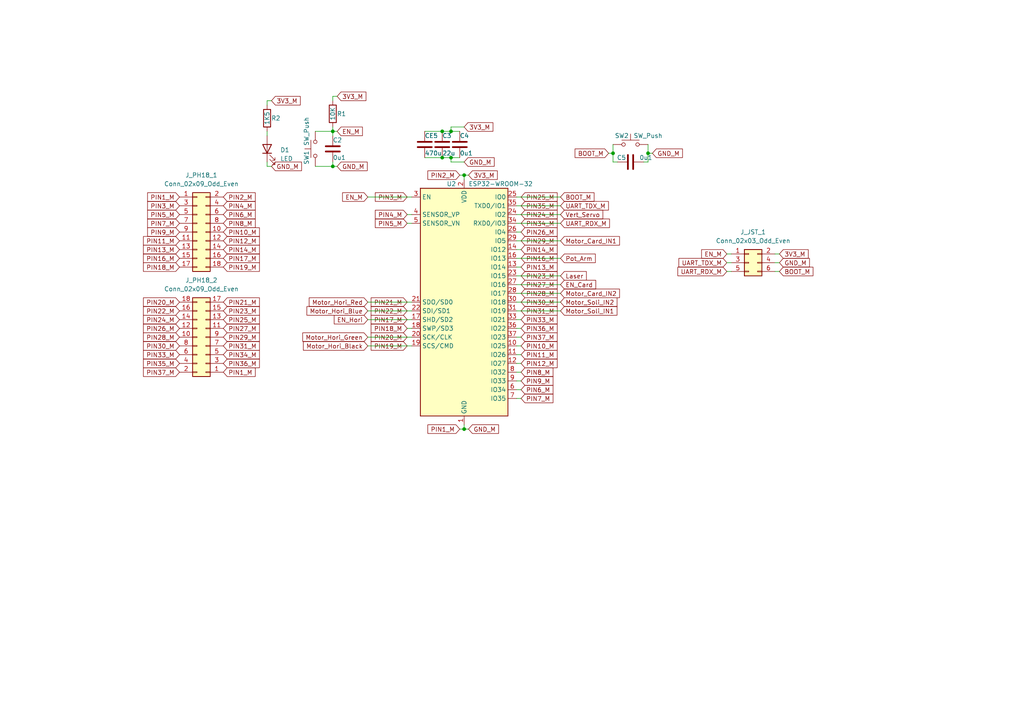
<source format=kicad_sch>
(kicad_sch (version 20211123) (generator eeschema)
  (paper "A4")
  (lib_symbols
    (symbol "Connector_Generic:Conn_02x03_Odd_Even" (pin_names (offset 1.016) hide)
      (property "Reference" "J" (at 1.27 5.08 0))
      (property "Value" "Conn_02x03_Odd_Even" (at 1.27 -5.08 0))
      (symbol "Conn_02x03_Odd_Even_1_1"
        (rectangle (start -1.27 -2.413) (end 0 -2.667) (stroke (width 0.1524)))
        (rectangle (start -1.27 0.127) (end 0 -0.127) (stroke (width 0.1524)))
        (rectangle (start -1.27 2.667) (end 0 2.413) (stroke (width 0.1524)))
        (rectangle (start -1.27 3.81) (end 3.81 -3.81) (stroke (width 0.254)) (fill (type background)))
        (rectangle (start 3.81 -2.413) (end 2.54 -2.667) (stroke (width 0.1524)))
        (rectangle (start 3.81 0.127) (end 2.54 -0.127) (stroke (width 0.1524)))
        (rectangle (start 3.81 2.667) (end 2.54 2.413) (stroke (width 0.1524)))
        (pin passive line (at -5.08 2.54 0) (length 3.81) (name "Pin_1") (number "1"))
        (pin passive line (at 7.62 2.54 180) (length 3.81) (name "Pin_2") (number "2"))
        (pin passive line (at -5.08 0 0) (length 3.81) (name "Pin_3") (number "3"))
        (pin passive line (at 7.62 0 180) (length 3.81) (name "Pin_4") (number "4"))
        (pin passive line (at -5.08 -2.54 0) (length 3.81) (name "Pin_5") (number "5"))
        (pin passive line (at 7.62 -2.54 180) (length 3.81) (name "Pin_6") (number "6"))
      )
    )
    (symbol "Connector_Generic:Conn_02x09_Odd_Even" (pin_names (offset 1.016) hide)
      (property "Reference" "J" (at 1.27 12.7 0))
      (property "Value" "Conn_02x09_Odd_Even" (at 1.27 -12.7 0))
      (symbol "Conn_02x09_Odd_Even_1_1"
        (rectangle (start -1.27 -10.033) (end 0 -10.287) (stroke (width 0.1524)))
        (rectangle (start -1.27 -7.493) (end 0 -7.747) (stroke (width 0.1524)))
        (rectangle (start -1.27 -4.953) (end 0 -5.207) (stroke (width 0.1524)))
        (rectangle (start -1.27 -2.413) (end 0 -2.667) (stroke (width 0.1524)))
        (rectangle (start -1.27 0.127) (end 0 -0.127) (stroke (width 0.1524)))
        (rectangle (start -1.27 2.667) (end 0 2.413) (stroke (width 0.1524)))
        (rectangle (start -1.27 5.207) (end 0 4.953) (stroke (width 0.1524)))
        (rectangle (start -1.27 7.747) (end 0 7.493) (stroke (width 0.1524)))
        (rectangle (start -1.27 10.287) (end 0 10.033) (stroke (width 0.1524)))
        (rectangle (start -1.27 11.43) (end 3.81 -11.43) (stroke (width 0.254)) (fill (type background)))
        (rectangle (start 3.81 -10.033) (end 2.54 -10.287) (stroke (width 0.1524)))
        (rectangle (start 3.81 -7.493) (end 2.54 -7.747) (stroke (width 0.1524)))
        (rectangle (start 3.81 -4.953) (end 2.54 -5.207) (stroke (width 0.1524)))
        (rectangle (start 3.81 -2.413) (end 2.54 -2.667) (stroke (width 0.1524)))
        (rectangle (start 3.81 0.127) (end 2.54 -0.127) (stroke (width 0.1524)))
        (rectangle (start 3.81 2.667) (end 2.54 2.413) (stroke (width 0.1524)))
        (rectangle (start 3.81 5.207) (end 2.54 4.953) (stroke (width 0.1524)))
        (rectangle (start 3.81 7.747) (end 2.54 7.493) (stroke (width 0.1524)))
        (rectangle (start 3.81 10.287) (end 2.54 10.033) (stroke (width 0.1524)))
        (pin passive line (at -5.08 10.16 0) (length 3.81) (name "Pin_1") (number "1"))
        (pin passive line (at 7.62 0 180) (length 3.81) (name "Pin_10") (number "10"))
        (pin passive line (at -5.08 -2.54 0) (length 3.81) (name "Pin_11") (number "11"))
        (pin passive line (at 7.62 -2.54 180) (length 3.81) (name "Pin_12") (number "12"))
        (pin passive line (at -5.08 -5.08 0) (length 3.81) (name "Pin_13") (number "13"))
        (pin passive line (at 7.62 -5.08 180) (length 3.81) (name "Pin_14") (number "14"))
        (pin passive line (at -5.08 -7.62 0) (length 3.81) (name "Pin_15") (number "15"))
        (pin passive line (at 7.62 -7.62 180) (length 3.81) (name "Pin_16") (number "16"))
        (pin passive line (at -5.08 -10.16 0) (length 3.81) (name "Pin_17") (number "17"))
        (pin passive line (at 7.62 -10.16 180) (length 3.81) (name "Pin_18") (number "18"))
        (pin passive line (at 7.62 10.16 180) (length 3.81) (name "Pin_2") (number "2"))
        (pin passive line (at -5.08 7.62 0) (length 3.81) (name "Pin_3") (number "3"))
        (pin passive line (at 7.62 7.62 180) (length 3.81) (name "Pin_4") (number "4"))
        (pin passive line (at -5.08 5.08 0) (length 3.81) (name "Pin_5") (number "5"))
        (pin passive line (at 7.62 5.08 180) (length 3.81) (name "Pin_6") (number "6"))
        (pin passive line (at -5.08 2.54 0) (length 3.81) (name "Pin_7") (number "7"))
        (pin passive line (at 7.62 2.54 180) (length 3.81) (name "Pin_8") (number "8"))
        (pin passive line (at -5.08 0 0) (length 3.81) (name "Pin_9") (number "9"))
      )
    )
    (symbol "Device:C" (pin_numbers hide) (pin_names (offset 0.254))
      (property "Reference" "C" (at 0.635 2.54 0))
      (property "Value" "C" (at 0.635 -2.54 0))
      (symbol "C_0_1"
        (polyline (pts (xy -2.032 -0.762) (xy 2.032 -0.762)) (stroke (width 0.508)))
        (polyline (pts (xy -2.032 0.762) (xy 2.032 0.762)) (stroke (width 0.508)))
      )
      (symbol "C_1_1"
        (pin passive line (at 0 3.81 270) (length 2.794) (name "~") (number "1"))
        (pin passive line (at 0 -3.81 90) (length 2.794) (name "~") (number "2"))
      )
    )
    (symbol "Device:LED" (pin_numbers hide) (pin_names (offset 1.016) hide)
      (property "Reference" "D" (at 0 2.54 0))
      (property "Value" "LED" (at 0 -2.54 0))
      (symbol "LED_0_1"
        (polyline (pts (xy -1.27 -1.27) (xy -1.27 1.27)) (stroke (width 0.254)))
        (polyline (pts (xy -1.27 0) (xy 1.27 0)))
        (polyline (pts (xy 1.27 -1.27) (xy 1.27 1.27) (xy -1.27 0) (xy 1.27 -1.27)) (stroke (width 0.254)))
        (polyline (pts (xy -3.048 -0.762) (xy -4.572 -2.286) (xy -3.81 -2.286) (xy -4.572 -2.286) (xy -4.572 -1.524)))
        (polyline (pts (xy -1.778 -0.762) (xy -3.302 -2.286) (xy -2.54 -2.286) (xy -3.302 -2.286) (xy -3.302 -1.524)))
      )
      (symbol "LED_1_1"
        (pin passive line (at -3.81 0 0) (length 2.54) (name "K") (number "1"))
        (pin passive line (at 3.81 0 180) (length 2.54) (name "A") (number "2"))
      )
    )
    (symbol "Device:R" (pin_numbers hide) (pin_names (offset 0))
      (property "Reference" "R" (at 2.032 0 90))
      (property "Value" "R" (at 0 0 90))
      (symbol "R_0_1"
        (rectangle (start -1.016 -2.54) (end 1.016 2.54) (stroke (width 0.254)))
      )
      (symbol "R_1_1"
        (pin passive line (at 0 3.81 270) (length 1.27) (name "~") (number "1"))
        (pin passive line (at 0 -3.81 90) (length 1.27) (name "~") (number "2"))
      )
    )
    (symbol "RF_Module:ESP32-WROOM-32"
      (property "Reference" "U" (at -12.7 34.29 0))
      (property "Value" "ESP32-WROOM-32" (at 1.27 34.29 0))
      (symbol "ESP32-WROOM-32_0_1"
        (rectangle (start -12.7 33.02) (end 12.7 -33.02) (stroke (width 0.254)) (fill (type background)))
      )
      (symbol "ESP32-WROOM-32_1_1"
        (pin power_in line (at 0 -35.56 90) (length 2.54) (name "GND") (number "1"))
        (pin bidirectional line (at 15.24 -12.7 180) (length 2.54) (name "IO25") (number "10"))
        (pin bidirectional line (at 15.24 -15.24 180) (length 2.54) (name "IO26") (number "11"))
        (pin bidirectional line (at 15.24 -17.78 180) (length 2.54) (name "IO27") (number "12"))
        (pin bidirectional line (at 15.24 10.16 180) (length 2.54) (name "IO14") (number "13"))
        (pin bidirectional line (at 15.24 15.24 180) (length 2.54) (name "IO12") (number "14"))
        (pin passive line (at 0 -35.56 90) (length 2.54) hide (name "GND") (number "15"))
        (pin bidirectional line (at 15.24 12.7 180) (length 2.54) (name "IO13") (number "16"))
        (pin bidirectional line (at -15.24 -5.08 0) (length 2.54) (name "SHD/SD2") (number "17"))
        (pin bidirectional line (at -15.24 -7.62 0) (length 2.54) (name "SWP/SD3") (number "18"))
        (pin bidirectional line (at -15.24 -12.7 0) (length 2.54) (name "SCS/CMD") (number "19"))
        (pin power_in line (at 0 35.56 270) (length 2.54) (name "VDD") (number "2"))
        (pin bidirectional line (at -15.24 -10.16 0) (length 2.54) (name "SCK/CLK") (number "20"))
        (pin bidirectional line (at -15.24 0 0) (length 2.54) (name "SDO/SD0") (number "21"))
        (pin bidirectional line (at -15.24 -2.54 0) (length 2.54) (name "SDI/SD1") (number "22"))
        (pin bidirectional line (at 15.24 7.62 180) (length 2.54) (name "IO15") (number "23"))
        (pin bidirectional line (at 15.24 25.4 180) (length 2.54) (name "IO2") (number "24"))
        (pin bidirectional line (at 15.24 30.48 180) (length 2.54) (name "IO0") (number "25"))
        (pin bidirectional line (at 15.24 20.32 180) (length 2.54) (name "IO4") (number "26"))
        (pin bidirectional line (at 15.24 5.08 180) (length 2.54) (name "IO16") (number "27"))
        (pin bidirectional line (at 15.24 2.54 180) (length 2.54) (name "IO17") (number "28"))
        (pin bidirectional line (at 15.24 17.78 180) (length 2.54) (name "IO5") (number "29"))
        (pin input line (at -15.24 30.48 0) (length 2.54) (name "EN") (number "3"))
        (pin bidirectional line (at 15.24 0 180) (length 2.54) (name "IO18") (number "30"))
        (pin bidirectional line (at 15.24 -2.54 180) (length 2.54) (name "IO19") (number "31"))
        (pin no_connect line (at -12.7 -27.94 0) (length 2.54) hide (name "NC") (number "32"))
        (pin bidirectional line (at 15.24 -5.08 180) (length 2.54) (name "IO21") (number "33"))
        (pin bidirectional line (at 15.24 22.86 180) (length 2.54) (name "RXD0/IO3") (number "34"))
        (pin bidirectional line (at 15.24 27.94 180) (length 2.54) (name "TXD0/IO1") (number "35"))
        (pin bidirectional line (at 15.24 -7.62 180) (length 2.54) (name "IO22") (number "36"))
        (pin bidirectional line (at 15.24 -10.16 180) (length 2.54) (name "IO23") (number "37"))
        (pin passive line (at 0 -35.56 90) (length 2.54) hide (name "GND") (number "38"))
        (pin passive line (at 0 -35.56 90) (length 2.54) hide (name "GND") (number "39"))
        (pin input line (at -15.24 25.4 0) (length 2.54) (name "SENSOR_VP") (number "4"))
        (pin input line (at -15.24 22.86 0) (length 2.54) (name "SENSOR_VN") (number "5"))
        (pin input line (at 15.24 -25.4 180) (length 2.54) (name "IO34") (number "6"))
        (pin input line (at 15.24 -27.94 180) (length 2.54) (name "IO35") (number "7"))
        (pin bidirectional line (at 15.24 -20.32 180) (length 2.54) (name "IO32") (number "8"))
        (pin bidirectional line (at 15.24 -22.86 180) (length 2.54) (name "IO33") (number "9"))
      )
    )
    (symbol "Switch:SW_Push" (pin_numbers hide) (pin_names (offset 1.016) hide)
      (property "Reference" "SW" (at 1.27 2.54 0))
      (property "Value" "SW_Push" (at 0 -1.524 0))
      (symbol "SW_Push_0_1"
        (circle (center -2.032 0) (radius 0.508))
        (polyline (pts (xy 0 1.27) (xy 0 3.048)))
        (polyline (pts (xy 2.54 1.27) (xy -2.54 1.27)))
        (circle (center 2.032 0) (radius 0.508))
        (pin passive line (at -5.08 0 0) (length 2.54) (name "1") (number "1"))
        (pin passive line (at 5.08 0 180) (length 2.54) (name "2") (number "2"))
      )
    )
  )
  (junction (at 128.27 38.1))
  (junction (at 187.96 44.45))
  (junction (at 96.52 48.26))
  (junction (at 130.81 38.1))
  (junction (at 177.8 44.45))
  (junction (at 130.81 45.72))
  (junction (at 128.27 45.72))
  (junction (at 96.52 38.1))
  (junction (at 134.62 50.8))
  (junction (at 134.62 124.46))
  (wire (pts (xy 224.79 76.2) (xy 226.06 76.2)))
  (wire (pts (xy 149.86 72.39) (xy 151.13 72.39)))
  (wire (pts (xy 149.86 62.23) (xy 162.56 62.23)))
  (wire (pts (xy 134.62 52.07) (xy 134.62 50.8)))
  (wire (pts (xy 149.86 115.57) (xy 151.13 115.57)))
  (wire (pts (xy 118.11 95.25) (xy 119.38 95.25)))
  (wire (pts (xy 149.86 95.25) (xy 151.13 95.25)))
  (wire (pts (xy 149.86 77.47) (xy 151.13 77.47)))
  (wire (pts (xy 179.07 46.99) (xy 177.8 46.99)))
  (wire (pts (xy 149.86 87.63) (xy 162.56 87.63)))
  (wire (pts (xy 133.35 50.8) (xy 134.62 50.8)))
  (wire (pts (xy 149.86 74.93) (xy 162.56 74.93)))
  (wire (pts (xy 210.82 78.74) (xy 212.09 78.74)))
  (wire (pts (xy 128.27 38.1) (xy 130.81 38.1)))
  (wire (pts (xy 187.96 41.91) (xy 187.96 44.45)))
  (wire (pts (xy 187.96 44.45) (xy 189.23 44.45)))
  (wire (pts (xy 118.11 64.77) (xy 119.38 64.77)))
  (wire (pts (xy 106.68 100.33) (xy 119.38 100.33)))
  (wire (pts (xy 96.52 29.21) (xy 96.52 27.94)))
  (wire (pts (xy 177.8 44.45) (xy 177.8 46.99)))
  (wire (pts (xy 96.52 48.26) (xy 97.79 48.26)))
  (wire (pts (xy 134.62 50.8) (xy 135.89 50.8)))
  (wire (pts (xy 149.86 69.85) (xy 162.56 69.85)))
  (wire (pts (xy 149.86 59.69) (xy 162.56 59.69)))
  (wire (pts (xy 106.68 92.71) (xy 119.38 92.71)))
  (wire (pts (xy 134.62 123.19) (xy 134.62 124.46)))
  (wire (pts (xy 151.13 67.31) (xy 149.86 67.31)))
  (wire (pts (xy 96.52 38.1) (xy 97.79 38.1)))
  (wire (pts (xy 186.69 46.99) (xy 187.96 46.99)))
  (wire (pts (xy 130.81 45.72) (xy 130.81 46.99)))
  (wire (pts (xy 177.8 41.91) (xy 177.8 44.45)))
  (wire (pts (xy 77.47 38.1) (xy 77.47 39.37)))
  (wire (pts (xy 77.47 29.21) (xy 77.47 30.48)))
  (wire (pts (xy 149.86 92.71) (xy 151.13 92.71)))
  (wire (pts (xy 149.86 105.41) (xy 151.13 105.41)))
  (wire (pts (xy 106.68 87.63) (xy 119.38 87.63)))
  (wire (pts (xy 210.82 73.66) (xy 212.09 73.66)))
  (wire (pts (xy 149.86 100.33) (xy 151.13 100.33)))
  (wire (pts (xy 77.47 48.26) (xy 78.74 48.26)))
  (wire (pts (xy 96.52 46.99) (xy 96.52 48.26)))
  (wire (pts (xy 210.82 76.2) (xy 212.09 76.2)))
  (wire (pts (xy 91.44 48.26) (xy 96.52 48.26)))
  (wire (pts (xy 77.47 46.99) (xy 77.47 48.26)))
  (wire (pts (xy 130.81 36.83) (xy 130.81 38.1)))
  (wire (pts (xy 106.68 57.15) (xy 119.38 57.15)))
  (wire (pts (xy 128.27 45.72) (xy 130.81 45.72)))
  (wire (pts (xy 106.68 90.17) (xy 119.38 90.17)))
  (wire (pts (xy 176.53 44.45) (xy 177.8 44.45)))
  (wire (pts (xy 91.44 38.1) (xy 96.52 38.1)))
  (wire (pts (xy 149.86 90.17) (xy 162.56 90.17)))
  (wire (pts (xy 149.86 85.09) (xy 162.56 85.09)))
  (wire (pts (xy 106.68 97.79) (xy 119.38 97.79)))
  (wire (pts (xy 149.86 80.01) (xy 162.56 80.01)))
  (wire (pts (xy 130.81 45.72) (xy 133.35 45.72)))
  (wire (pts (xy 133.35 124.46) (xy 134.62 124.46)))
  (wire (pts (xy 224.79 78.74) (xy 226.06 78.74)))
  (wire (pts (xy 149.86 97.79) (xy 151.13 97.79)))
  (wire (pts (xy 149.86 110.49) (xy 151.13 110.49)))
  (wire (pts (xy 149.86 107.95) (xy 151.13 107.95)))
  (wire (pts (xy 118.11 62.23) (xy 119.38 62.23)))
  (wire (pts (xy 96.52 27.94) (xy 97.79 27.94)))
  (wire (pts (xy 134.62 46.99) (xy 130.81 46.99)))
  (wire (pts (xy 134.62 124.46) (xy 135.89 124.46)))
  (wire (pts (xy 130.81 38.1) (xy 133.35 38.1)))
  (wire (pts (xy 96.52 38.1) (xy 96.52 39.37)))
  (wire (pts (xy 149.86 64.77) (xy 162.56 64.77)))
  (wire (pts (xy 149.86 82.55) (xy 162.56 82.55)))
  (wire (pts (xy 224.79 73.66) (xy 226.06 73.66)))
  (wire (pts (xy 149.86 102.87) (xy 151.13 102.87)))
  (wire (pts (xy 134.62 36.83) (xy 130.81 36.83)))
  (wire (pts (xy 149.86 57.15) (xy 162.56 57.15)))
  (wire (pts (xy 187.96 44.45) (xy 187.96 46.99)))
  (wire (pts (xy 96.52 36.83) (xy 96.52 38.1)))
  (wire (pts (xy 149.86 113.03) (xy 151.13 113.03)))
  (wire (pts (xy 78.74 29.21) (xy 77.47 29.21)))
  (wire (pts (xy 123.19 45.72) (xy 128.27 45.72)))
  (wire (pts (xy 123.19 38.1) (xy 128.27 38.1)))
  (global_label "PIN9_M" (shape input) (at 52.07 67.31 180) (property "Intersheet References" "${INTERSHEET_REFS}" (effects hide)))
  (global_label "PIN3_M" (shape input) (at 52.07 59.69 180) (property "Intersheet References" "${INTERSHEET_REFS}" (effects hide)))
  (global_label "UART_TDX_M" (shape input) (at 162.56 59.69 0) (property "Intersheet References" "${INTERSHEET_REFS}" (effects hide)))
  (global_label "PIN35_M" (shape input) (at 151.13 59.69 0) (property "Intersheet References" "${INTERSHEET_REFS}" (effects hide)))
  (global_label "GND_M" (shape input) (at 78.74 48.26 0) (property "Intersheet References" "${INTERSHEET_REFS}" (effects hide)))
  (global_label "PIN4_M" (shape input) (at 64.77 59.69 0) (property "Intersheet References" "${INTERSHEET_REFS}" (effects hide)))
  (global_label "UART_TDX_M" (shape input) (at 210.82 76.2 180) (property "Intersheet References" "${INTERSHEET_REFS}" (effects hide)))
  (global_label "EN_M" (shape input) (at 97.79 38.1 0) (property "Intersheet References" "${INTERSHEET_REFS}" (effects hide)))
  (global_label "PIN2_M" (shape input) (at 133.35 50.8 180) (property "Intersheet References" "${INTERSHEET_REFS}" (effects hide)))
  (global_label "PIN22_M" (shape input) (at 118.11 90.17 180) (property "Intersheet References" "${INTERSHEET_REFS}" (effects hide)))
  (global_label "PIN36_M" (shape input) (at 64.77 105.41 0) (property "Intersheet References" "${INTERSHEET_REFS}" (effects hide)))
  (global_label "PIN7_M" (shape input) (at 52.07 64.77 180) (property "Intersheet References" "${INTERSHEET_REFS}" (effects hide)))
  (global_label "BOOT_M" (shape input) (at 162.56 57.15 0) (property "Intersheet References" "${INTERSHEET_REFS}" (effects hide)))
  (global_label "PIN33_M" (shape input) (at 151.13 92.71 0) (property "Intersheet References" "${INTERSHEET_REFS}" (effects hide)))
  (global_label "PIN13_M" (shape input) (at 52.07 72.39 180) (property "Intersheet References" "${INTERSHEET_REFS}" (effects hide)))
  (global_label "PIN34_M" (shape input) (at 64.77 102.87 0) (property "Intersheet References" "${INTERSHEET_REFS}" (effects hide)))
  (global_label "PIN23_M" (shape input) (at 151.13 80.01 0) (property "Intersheet References" "${INTERSHEET_REFS}" (effects hide)))
  (global_label "PIN22_M" (shape input) (at 52.07 90.17 180) (property "Intersheet References" "${INTERSHEET_REFS}" (effects hide)))
  (global_label "3V3_M" (shape input) (at 134.62 36.83 0) (property "Intersheet References" "${INTERSHEET_REFS}" (effects hide)))
  (global_label "GND_M" (shape input) (at 189.23 44.45 0) (property "Intersheet References" "${INTERSHEET_REFS}" (effects hide)))
  (global_label "PIN1_M" (shape input) (at 133.35 124.46 180) (property "Intersheet References" "${INTERSHEET_REFS}" (effects hide)))
  (global_label "PIN5_M" (shape input) (at 118.11 64.77 180) (property "Intersheet References" "${INTERSHEET_REFS}" (effects hide)))
  (global_label "PIN3_M" (shape input) (at 118.11 57.15 180) (property "Intersheet References" "${INTERSHEET_REFS}" (effects hide)))
  (global_label "PIN5_M" (shape input) (at 52.07 62.23 180) (property "Intersheet References" "${INTERSHEET_REFS}" (effects hide)))
  (global_label "Motor_Hori_Black" (shape input) (at 106.68 100.33 180) (property "Intersheet References" "${INTERSHEET_REFS}" (effects hide)))
  (global_label "PIN35_M" (shape input) (at 52.07 105.41 180) (property "Intersheet References" "${INTERSHEET_REFS}" (effects hide)))
  (global_label "Motor_Soli_IN1" (shape input) (at 162.56 90.17 0) (property "Intersheet References" "${INTERSHEET_REFS}" (effects hide)))
  (global_label "PIN6_M" (shape input) (at 151.13 113.03 0) (property "Intersheet References" "${INTERSHEET_REFS}" (effects hide)))
  (global_label "PIN21_M" (shape input) (at 118.11 87.63 180) (property "Intersheet References" "${INTERSHEET_REFS}" (effects hide)))
  (global_label "PIN19_M" (shape input) (at 64.77 77.47 0) (property "Intersheet References" "${INTERSHEET_REFS}" (effects hide)))
  (global_label "PIN27_M" (shape input) (at 64.77 95.25 0) (property "Intersheet References" "${INTERSHEET_REFS}" (effects hide)))
  (global_label "PIN28_M" (shape input) (at 52.07 97.79 180) (property "Intersheet References" "${INTERSHEET_REFS}" (effects hide)))
  (global_label "BOOT_M" (shape input) (at 176.53 44.45 180) (property "Intersheet References" "${INTERSHEET_REFS}" (effects hide)))
  (global_label "GND_M" (shape input) (at 135.89 124.46 0) (property "Intersheet References" "${INTERSHEET_REFS}" (effects hide)))
  (global_label "PIN26_M" (shape input) (at 52.07 95.25 180) (property "Intersheet References" "${INTERSHEET_REFS}" (effects hide)))
  (global_label "Motor_Card_IN1" (shape input) (at 162.56 69.85 0) (property "Intersheet References" "${INTERSHEET_REFS}" (effects hide)))
  (global_label "EN_Hori" (shape input) (at 106.68 92.71 180) (property "Intersheet References" "${INTERSHEET_REFS}" (effects hide)))
  (global_label "Motor_Card_IN2" (shape input) (at 162.56 85.09 0) (property "Intersheet References" "${INTERSHEET_REFS}" (effects hide)))
  (global_label "PIN11_M" (shape input) (at 151.13 102.87 0) (property "Intersheet References" "${INTERSHEET_REFS}" (effects hide)))
  (global_label "PIN16_M" (shape input) (at 52.07 74.93 180) (property "Intersheet References" "${INTERSHEET_REFS}" (effects hide)))
  (global_label "EN_M" (shape input) (at 210.82 73.66 180) (property "Intersheet References" "${INTERSHEET_REFS}" (effects hide)))
  (global_label "PIN17_M" (shape input) (at 64.77 74.93 0) (property "Intersheet References" "${INTERSHEET_REFS}" (effects hide)))
  (global_label "PIN20_M" (shape input) (at 118.11 97.79 180) (property "Intersheet References" "${INTERSHEET_REFS}" (effects hide)))
  (global_label "UART_RDX_M" (shape input) (at 162.56 64.77 0) (property "Intersheet References" "${INTERSHEET_REFS}" (effects hide)))
  (global_label "PIN9_M" (shape input) (at 151.13 110.49 0) (property "Intersheet References" "${INTERSHEET_REFS}" (effects hide)))
  (global_label "PIN1_M" (shape input) (at 64.77 107.95 0) (property "Intersheet References" "${INTERSHEET_REFS}" (effects hide)))
  (global_label "3V3_M" (shape input) (at 97.79 27.94 0) (property "Intersheet References" "${INTERSHEET_REFS}" (effects hide)))
  (global_label "PIN16_M" (shape input) (at 151.13 74.93 0) (property "Intersheet References" "${INTERSHEET_REFS}" (effects hide)))
  (global_label "PIN28_M" (shape input) (at 151.13 85.09 0) (property "Intersheet References" "${INTERSHEET_REFS}" (effects hide)))
  (global_label "PIN29_M" (shape input) (at 64.77 97.79 0) (property "Intersheet References" "${INTERSHEET_REFS}" (effects hide)))
  (global_label "EN_Card" (shape input) (at 162.56 82.55 0) (property "Intersheet References" "${INTERSHEET_REFS}" (effects hide)))
  (global_label "PIN29_M" (shape input) (at 151.13 69.85 0) (property "Intersheet References" "${INTERSHEET_REFS}" (effects hide)))
  (global_label "GND_M" (shape input) (at 134.62 46.99 0) (property "Intersheet References" "${INTERSHEET_REFS}" (effects hide)))
  (global_label "3V3_M" (shape input) (at 135.89 50.8 0) (property "Intersheet References" "${INTERSHEET_REFS}" (effects hide)))
  (global_label "PIN20_M" (shape input) (at 52.07 87.63 180) (property "Intersheet References" "${INTERSHEET_REFS}" (effects hide)))
  (global_label "PIN19_M" (shape input) (at 118.11 100.33 180) (property "Intersheet References" "${INTERSHEET_REFS}" (effects hide)))
  (global_label "3V3_M" (shape input) (at 226.06 73.66 0) (property "Intersheet References" "${INTERSHEET_REFS}" (effects hide)))
  (global_label "PIN6_M" (shape input) (at 64.77 62.23 0) (property "Intersheet References" "${INTERSHEET_REFS}" (effects hide)))
  (global_label "PIN11_M" (shape input) (at 52.07 69.85 180) (property "Intersheet References" "${INTERSHEET_REFS}" (effects hide)))
  (global_label "PIN14_M" (shape input) (at 64.77 72.39 0) (property "Intersheet References" "${INTERSHEET_REFS}" (effects hide)))
  (global_label "Motor_Hori_Blue" (shape input) (at 106.68 90.17 180) (property "Intersheet References" "${INTERSHEET_REFS}" (effects hide)))
  (global_label "3V3_M" (shape input) (at 78.74 29.21 0) (property "Intersheet References" "${INTERSHEET_REFS}" (effects hide)))
  (global_label "PIN10_M" (shape input) (at 64.77 67.31 0) (property "Intersheet References" "${INTERSHEET_REFS}" (effects hide)))
  (global_label "PIN31_M" (shape input) (at 151.13 90.17 0) (property "Intersheet References" "${INTERSHEET_REFS}" (effects hide)))
  (global_label "PIN30_M" (shape input) (at 52.07 100.33 180) (property "Intersheet References" "${INTERSHEET_REFS}" (effects hide)))
  (global_label "Vert_Servo" (shape input) (at 162.56 62.23 0) (property "Intersheet References" "${INTERSHEET_REFS}" (effects hide)))
  (global_label "Motor_Hori_Red" (shape input) (at 106.68 87.63 180) (property "Intersheet References" "${INTERSHEET_REFS}" (effects hide)))
  (global_label "PIN27_M" (shape input) (at 151.13 82.55 0) (property "Intersheet References" "${INTERSHEET_REFS}" (effects hide)))
  (global_label "GND_M" (shape input) (at 226.06 76.2 0) (property "Intersheet References" "${INTERSHEET_REFS}" (effects hide)))
  (global_label "Motor_Soli_IN2" (shape input) (at 162.56 87.63 0) (property "Intersheet References" "${INTERSHEET_REFS}" (effects hide)))
  (global_label "PIN23_M" (shape input) (at 64.77 90.17 0) (property "Intersheet References" "${INTERSHEET_REFS}" (effects hide)))
  (global_label "EN_M" (shape input) (at 106.68 57.15 180) (property "Intersheet References" "${INTERSHEET_REFS}" (effects hide)))
  (global_label "GND_M" (shape input) (at 97.79 48.26 0) (property "Intersheet References" "${INTERSHEET_REFS}" (effects hide)))
  (global_label "PIN18_M" (shape input) (at 118.11 95.25 180) (property "Intersheet References" "${INTERSHEET_REFS}" (effects hide)))
  (global_label "PIN24_M" (shape input) (at 52.07 92.71 180) (property "Intersheet References" "${INTERSHEET_REFS}" (effects hide)))
  (global_label "PIN10_M" (shape input) (at 151.13 100.33 0) (property "Intersheet References" "${INTERSHEET_REFS}" (effects hide)))
  (global_label "Motor_Hori_Green" (shape input) (at 106.68 97.79 180) (property "Intersheet References" "${INTERSHEET_REFS}" (effects hide)))
  (global_label "PIN33_M" (shape input) (at 52.07 102.87 180) (property "Intersheet References" "${INTERSHEET_REFS}" (effects hide)))
  (global_label "PIN17_M" (shape input) (at 118.11 92.71 180) (property "Intersheet References" "${INTERSHEET_REFS}" (effects hide)))
  (global_label "PIN7_M" (shape input) (at 151.13 115.57 0) (property "Intersheet References" "${INTERSHEET_REFS}" (effects hide)))
  (global_label "PIN25_M" (shape input) (at 151.13 57.15 0) (property "Intersheet References" "${INTERSHEET_REFS}" (effects hide)))
  (global_label "PIN24_M" (shape input) (at 151.13 62.23 0) (property "Intersheet References" "${INTERSHEET_REFS}" (effects hide)))
  (global_label "UART_RDX_M" (shape input) (at 210.82 78.74 180) (property "Intersheet References" "${INTERSHEET_REFS}" (effects hide)))
  (global_label "PIN13_M" (shape input) (at 151.13 77.47 0) (property "Intersheet References" "${INTERSHEET_REFS}" (effects hide)))
  (global_label "PIN4_M" (shape input) (at 118.11 62.23 180) (property "Intersheet References" "${INTERSHEET_REFS}" (effects hide)))
  (global_label "PIN34_M" (shape input) (at 151.13 64.77 0) (property "Intersheet References" "${INTERSHEET_REFS}" (effects hide)))
  (global_label "PIN2_M" (shape input) (at 64.77 57.15 0) (property "Intersheet References" "${INTERSHEET_REFS}" (effects hide)))
  (global_label "PIN21_M" (shape input) (at 64.77 87.63 0) (property "Intersheet References" "${INTERSHEET_REFS}" (effects hide)))
  (global_label "Laser" (shape input) (at 162.56 80.01 0) (property "Intersheet References" "${INTERSHEET_REFS}" (effects hide)))
  (global_label "BOOT_M" (shape input) (at 226.06 78.74 0) (property "Intersheet References" "${INTERSHEET_REFS}" (effects hide)))
  (global_label "PIN37_M" (shape input) (at 52.07 107.95 180) (property "Intersheet References" "${INTERSHEET_REFS}" (effects hide)))
  (global_label "PIN36_M" (shape input) (at 151.13 95.25 0) (property "Intersheet References" "${INTERSHEET_REFS}" (effects hide)))
  (global_label "PIN1_M" (shape input) (at 52.07 57.15 180) (property "Intersheet References" "${INTERSHEET_REFS}" (effects hide)))
  (global_label "PIN8_M" (shape input) (at 151.13 107.95 0) (property "Intersheet References" "${INTERSHEET_REFS}" (effects hide)))
  (global_label "PIN12_M" (shape input) (at 64.77 69.85 0) (property "Intersheet References" "${INTERSHEET_REFS}" (effects hide)))
  (global_label "PIN37_M" (shape input) (at 151.13 97.79 0) (property "Intersheet References" "${INTERSHEET_REFS}" (effects hide)))
  (global_label "PIN31_M" (shape input) (at 64.77 100.33 0) (property "Intersheet References" "${INTERSHEET_REFS}" (effects hide)))
  (global_label "PIN26_M" (shape input) (at 151.13 67.31 0) (property "Intersheet References" "${INTERSHEET_REFS}" (effects hide)))
  (global_label "PIN30_M" (shape input) (at 151.13 87.63 0) (property "Intersheet References" "${INTERSHEET_REFS}" (effects hide)))
  (global_label "PIN18_M" (shape input) (at 52.07 77.47 180) (property "Intersheet References" "${INTERSHEET_REFS}" (effects hide)))
  (global_label "PIN25_M" (shape input) (at 64.77 92.71 0) (property "Intersheet References" "${INTERSHEET_REFS}" (effects hide)))
  (global_label "PIN12_M" (shape input) (at 151.13 105.41 0) (property "Intersheet References" "${INTERSHEET_REFS}" (effects hide)))
  (global_label "PIN8_M" (shape input) (at 64.77 64.77 0) (property "Intersheet References" "${INTERSHEET_REFS}" (effects hide)))
  (global_label "Pot_Arm" (shape input) (at 162.56 74.93 0) (property "Intersheet References" "${INTERSHEET_REFS}" (effects hide)))
  (global_label "PIN14_M" (shape input) (at 151.13 72.39 0) (property "Intersheet References" "${INTERSHEET_REFS}" (effects hide)))
  (symbol (lib_id "Connector_Generic:Conn_02x09_Odd_Even") (at 57.15 67.31 0) (unit 1)
    (property "Reference" "J_PH18_1" (at 58.42 50.8 0))
    (property "Value" "Conn_02x09_Odd_Even" (at 58.42 53.34 0))
    (property "Footprint" "Connector_PinHeader_2.54mm:PinHeader_2x09_P2.54mm_Vertical" (effects hide))
  )
  (symbol (lib_id "Device:C") (at 128.27 41.91 0) (unit 1)
    (property "Reference" "C3" (at 128.27 39.37 0) (effects (justify left)))
    (property "Value" "22u" (at 128.27 44.45 0) (effects (justify left)))
    (property "Footprint" "Capacitor_SMD:C_0805_2012Metric" (effects hide))
  )
  (symbol (lib_id "Device:C") (at 123.19 41.91 0) (unit 1)
    (property "Reference" "CE5" (at 123.19 39.37 0) (effects (justify left)))
    (property "Value" "470u" (at 123.19 44.45 0) (effects (justify left)))
    (property "Footprint" "Capacitor_THT:CP_Radial_D8.0mm_P3.80mm" (effects hide))
  )
  (symbol (lib_id "Device:C") (at 182.88 46.99 90) (unit 1)
    (property "Reference" "C5" (at 181.61 45.72 90) (effects (justify left)))
    (property "Value" "0u1" (at 189.23 45.72 90) (effects (justify left)))
    (property "Footprint" "Capacitor_SMD:C_0805_2012Metric" (effects hide))
  )
  (symbol (lib_id "Switch:SW_Push") (at 182.88 41.91 0) (unit 1)
    (property "Reference" "SW2" (at 180.34 39.37 0))
    (property "Value" "SW_Push" (at 187.96 39.37 0))
    (property "Footprint" "Button_Switch_SMD:SW_SPST_Omron_B3FS-100xP" (effects hide))
  )
  (symbol (lib_id "Device:R") (at 77.47 34.29 0) (unit 1)
    (property "Reference" "R2" (at 80.01 34.29 0))
    (property "Value" "1K5" (at 77.47 34.29 90))
    (property "Footprint" "Resistor_SMD:R_0805_2012Metric" (effects hide))
  )
  (symbol (lib_id "Connector_Generic:Conn_02x03_Odd_Even") (at 217.17 76.2 0) (unit 1)
    (property "Reference" "J_JST_1" (at 218.44 67.31 0))
    (property "Value" "Conn_02x03_Odd_Even" (at 218.44 69.85 0))
    (property "Footprint" "6120XX21621_61200621621:61200621621" (effects hide))
  )
  (symbol (lib_id "Device:C") (at 133.35 41.91 0) (unit 1)
    (property "Reference" "C4" (at 133.35 39.37 0) (effects (justify left)))
    (property "Value" "0u1" (at 133.35 44.45 0) (effects (justify left)))
    (property "Footprint" "Capacitor_SMD:C_0805_2012Metric" (effects hide))
  )
  (symbol (lib_id "RF_Module:ESP32-WROOM-32") (at 134.62 87.63 0) (unit 1)
    (property "Reference" "U2" (at 129.54 53.34 0) (effects (justify left)))
    (property "Value" "ESP32-WROOM-32" (at 135.89 53.34 0) (effects (justify left)))
    (property "Footprint" "RF_Module:ESP32-WROOM-32" (effects hide))
    (property "Datasheet" "https://www.espressif.com/sites/default/files/documentation/esp32-wroom-32_datasheet_en.pdf" (effects hide))
  )
  (symbol (lib_id "Device:LED") (at 77.47 43.18 90) (unit 1)
    (property "Reference" "D1" (at 81.28 43.4974 90) (effects (justify right)))
    (property "Value" "LED" (at 81.28 46.0374 90) (effects (justify right)))
    (property "Footprint" "LED_SMD:LED_0805_2012Metric" (effects hide))
  )
  (symbol (lib_id "Device:R") (at 96.52 33.02 0) (unit 1)
    (property "Reference" "R1" (at 99.06 33.02 0))
    (property "Value" "10K" (at 96.52 33.02 90))
    (property "Footprint" "Resistor_SMD:R_0805_2012Metric" (effects hide))
  )
  (symbol (lib_id "Device:C") (at 96.52 43.18 0) (unit 1)
    (property "Reference" "C2" (at 96.52 40.64 0) (effects (justify left)))
    (property "Value" "0u1" (at 96.52 45.72 0) (effects (justify left)))
    (property "Footprint" "Capacitor_SMD:C_0805_2012Metric" (effects hide))
  )
  (symbol (lib_id "Connector_Generic:Conn_02x09_Odd_Even") (at 59.69 97.79 180) (unit 1)
    (property "Reference" "J_PH18_2" (at 58.42 81.28 0))
    (property "Value" "Conn_02x09_Odd_Even" (at 58.42 83.82 0))
    (property "Footprint" "Connector_PinHeader_2.54mm:PinHeader_2x09_P2.54mm_Vertical" (effects hide))
  )
  (symbol (lib_id "Switch:SW_Push") (at 91.44 43.18 90) (unit 1)
    (property "Reference" "SW1" (at 88.9 45.72 0))
    (property "Value" "SW_Push" (at 88.9 38.1 0))
    (property "Footprint" "Button_Switch_SMD:SW_SPST_Omron_B3FS-100xP" (effects hide))
  )
)
</source>
